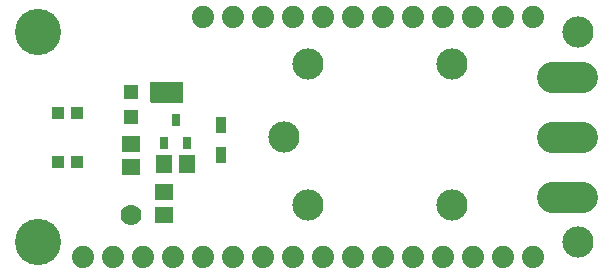
<source format=gbr>
G04 EAGLE Gerber RS-274X export*
G75*
%MOMM*%
%FSLAX34Y34*%
%LPD*%
%INSoldermask Top*%
%IPPOS*%
%AMOC8*
5,1,8,0,0,1.08239X$1,22.5*%
G01*
%ADD10C,2.641600*%
%ADD11R,0.736600X1.117600*%
%ADD12R,1.601600X1.341600*%
%ADD13R,0.901600X1.451600*%
%ADD14C,1.778000*%
%ADD15R,1.341600X1.601600*%
%ADD16R,1.301600X1.301600*%
%ADD17R,1.270000X1.701800*%
%ADD18R,0.736600X0.304800*%
%ADD19C,3.911600*%
%ADD20C,1.879600*%
%ADD21R,1.001600X1.001600*%
%ADD22C,2.601600*%
%ADD23C,2.641600*%

G36*
X147438Y143526D02*
X147438Y143526D01*
X147557Y143533D01*
X147595Y143546D01*
X147636Y143551D01*
X147746Y143594D01*
X147859Y143631D01*
X147894Y143653D01*
X147931Y143668D01*
X148027Y143738D01*
X148128Y143801D01*
X148156Y143831D01*
X148189Y143854D01*
X148265Y143946D01*
X148346Y144033D01*
X148366Y144068D01*
X148391Y144099D01*
X148442Y144207D01*
X148500Y144311D01*
X148510Y144351D01*
X148527Y144387D01*
X148549Y144504D01*
X148579Y144619D01*
X148583Y144680D01*
X148587Y144700D01*
X148585Y144720D01*
X148589Y144780D01*
X148589Y160020D01*
X148574Y160138D01*
X148567Y160257D01*
X148554Y160295D01*
X148549Y160336D01*
X148506Y160446D01*
X148469Y160559D01*
X148447Y160594D01*
X148432Y160631D01*
X148363Y160727D01*
X148299Y160828D01*
X148269Y160856D01*
X148246Y160889D01*
X148154Y160965D01*
X148067Y161046D01*
X148032Y161066D01*
X148001Y161091D01*
X147893Y161142D01*
X147789Y161200D01*
X147749Y161210D01*
X147713Y161227D01*
X147596Y161249D01*
X147481Y161279D01*
X147421Y161283D01*
X147401Y161287D01*
X147380Y161285D01*
X147320Y161289D01*
X121920Y161289D01*
X121802Y161274D01*
X121683Y161267D01*
X121645Y161254D01*
X121604Y161249D01*
X121494Y161206D01*
X121381Y161169D01*
X121346Y161147D01*
X121309Y161132D01*
X121213Y161063D01*
X121112Y160999D01*
X121084Y160969D01*
X121051Y160946D01*
X120976Y160854D01*
X120894Y160767D01*
X120874Y160732D01*
X120849Y160701D01*
X120798Y160593D01*
X120740Y160489D01*
X120730Y160449D01*
X120713Y160413D01*
X120691Y160296D01*
X120661Y160181D01*
X120657Y160121D01*
X120653Y160101D01*
X120654Y160094D01*
X120653Y160092D01*
X120654Y160076D01*
X120651Y160020D01*
X120651Y144780D01*
X120666Y144662D01*
X120673Y144543D01*
X120686Y144505D01*
X120691Y144464D01*
X120734Y144354D01*
X120771Y144241D01*
X120793Y144206D01*
X120808Y144169D01*
X120878Y144073D01*
X120941Y143972D01*
X120971Y143944D01*
X120994Y143911D01*
X121086Y143836D01*
X121173Y143754D01*
X121208Y143734D01*
X121239Y143709D01*
X121347Y143658D01*
X121451Y143600D01*
X121491Y143590D01*
X121527Y143573D01*
X121644Y143551D01*
X121759Y143521D01*
X121820Y143517D01*
X121840Y143513D01*
X121860Y143515D01*
X121920Y143511D01*
X147320Y143511D01*
X147438Y143526D01*
G37*
D10*
X234000Y114300D03*
X254000Y56800D03*
X376000Y56800D03*
X376000Y176800D03*
X254000Y176800D03*
D11*
X142240Y129380D03*
X151740Y109380D03*
X132740Y109380D03*
D12*
X132080Y48920D03*
X132080Y67920D03*
D13*
X180340Y99060D03*
X180340Y124460D03*
D14*
X104140Y48260D03*
D15*
X151740Y91440D03*
X132740Y91440D03*
D16*
X104140Y152740D03*
X104140Y131740D03*
D12*
X104140Y108560D03*
X104140Y89560D03*
D17*
X142240Y152400D03*
X127000Y152400D03*
D18*
X134620Y152400D03*
D10*
X482600Y203200D03*
X482600Y25400D03*
D19*
X25400Y203200D03*
X25400Y25400D03*
D20*
X165100Y215900D03*
X190500Y215900D03*
X215900Y215900D03*
X241300Y215900D03*
X266700Y215900D03*
X292100Y215900D03*
X317500Y215900D03*
X342900Y215900D03*
X368300Y215900D03*
X393700Y215900D03*
X419100Y215900D03*
X444500Y215900D03*
X165100Y12700D03*
X190500Y12700D03*
X215900Y12700D03*
X241300Y12700D03*
X266700Y12700D03*
X292100Y12700D03*
X317500Y12700D03*
X342900Y12700D03*
X368300Y12700D03*
X393700Y12700D03*
X419100Y12700D03*
X444500Y12700D03*
X139700Y12700D03*
X114300Y12700D03*
X88900Y12700D03*
X63500Y12700D03*
D21*
X58800Y93800D03*
X42800Y93800D03*
X42800Y134800D03*
X58800Y134800D03*
D22*
X461210Y165100D02*
X486210Y165100D01*
X486210Y114800D02*
X461210Y114800D01*
D23*
X461010Y63500D02*
X486410Y63500D01*
M02*

</source>
